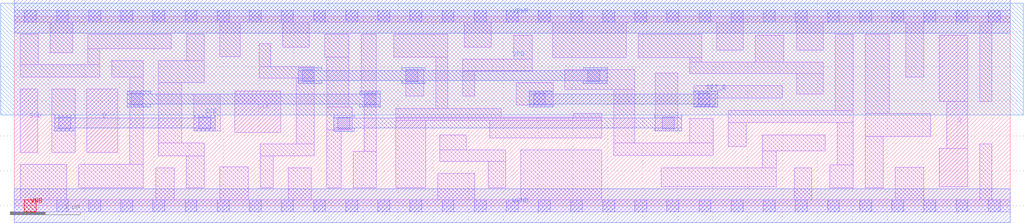
<source format=lef>
# Copyright 2020 The SkyWater PDK Authors
#
# Licensed under the Apache License, Version 2.0 (the "License");
# you may not use this file except in compliance with the License.
# You may obtain a copy of the License at
#
#     https://www.apache.org/licenses/LICENSE-2.0
#
# Unless required by applicable law or agreed to in writing, software
# distributed under the License is distributed on an "AS IS" BASIS,
# WITHOUT WARRANTIES OR CONDITIONS OF ANY KIND, either express or implied.
# See the License for the specific language governing permissions and
# limitations under the License.
#
# SPDX-License-Identifier: Apache-2.0

VERSION 5.7 ;
  NOWIREEXTENSIONATPIN ON ;
  DIVIDERCHAR "/" ;
  BUSBITCHARS "[]" ;
PROPERTYDEFINITIONS
  MACRO maskLayoutSubType STRING ;
  MACRO prCellType STRING ;
  MACRO originalViewName STRING ;
END PROPERTYDEFINITIONS
MACRO sky130_fd_sc_hdll__sdfstp_2
  CLASS CORE ;
  FOREIGN sky130_fd_sc_hdll__sdfstp_2 ;
  ORIGIN  0.000000  0.000000 ;
  SIZE  14.26000 BY  2.720000 ;
  SYMMETRY X Y R90 ;
  SITE unithd ;
  PIN CLK
    ANTENNAGATEAREA  0.178200 ;
    DIRECTION INPUT ;
    USE SIGNAL ;
    PORT
      LAYER li1 ;
        RECT 3.155000 1.055000 3.815000 1.650000 ;
    END
  END CLK
  PIN D
    ANTENNAGATEAREA  0.178200 ;
    DIRECTION INPUT ;
    USE SIGNAL ;
    PORT
      LAYER li1 ;
        RECT 1.040000 0.765000 1.485000 1.675000 ;
    END
  END D
  PIN Q
    ANTENNADIFFAREA  0.498000 ;
    DIRECTION OUTPUT ;
    USE SIGNAL ;
    PORT
      LAYER li1 ;
        RECT 13.245000 0.275000 13.655000 0.825000 ;
        RECT 13.245000 1.495000 13.655000 2.450000 ;
        RECT 13.350000 0.825000 13.655000 1.495000 ;
    END
  END Q
  PIN SCD
    ANTENNAGATEAREA  0.178200 ;
    DIRECTION INPUT ;
    USE SIGNAL ;
    PORT
      LAYER li1 ;
        RECT 0.085000 0.765000 0.340000 1.675000 ;
    END
  END SCD
  PIN SCE
    ANTENNAGATEAREA  0.356400 ;
    DIRECTION INPUT ;
    USE SIGNAL ;
    PORT
      LAYER met1 ;
        RECT 0.580000 1.075000 0.870000 1.120000 ;
        RECT 0.580000 1.120000 2.875000 1.260000 ;
        RECT 0.580000 1.260000 0.870000 1.305000 ;
        RECT 2.585000 1.075000 2.875000 1.120000 ;
        RECT 2.585000 1.260000 2.875000 1.305000 ;
    END
  END SCE
  PIN SET_B
    ANTENNAGATEAREA  0.277200 ;
    DIRECTION INPUT ;
    USE SIGNAL ;
    PORT
      LAYER met1 ;
        RECT 7.375000 1.415000  7.715000 1.460000 ;
        RECT 7.375000 1.460000 10.070000 1.600000 ;
        RECT 7.375000 1.600000  7.715000 1.645000 ;
        RECT 9.730000 1.415000 10.070000 1.460000 ;
        RECT 9.730000 1.600000 10.070000 1.645000 ;
    END
  END SET_B
  PIN VGND
    ANTENNADIFFAREA  1.503950 ;
    DIRECTION INOUT ;
    USE SIGNAL ;
    PORT
      LAYER met1 ;
        RECT 0.000000 -0.240000 14.260000 0.240000 ;
    END
  END VGND
  PIN VNB
    PORT
      LAYER pwell ;
        RECT 0.145000 -0.085000 0.315000 0.085000 ;
    END
  END VNB
  PIN VPB
    PORT
      LAYER nwell ;
        RECT -0.190000 1.305000 14.450000 2.910000 ;
    END
  END VPB
  PIN VPWR
    ANTENNADIFFAREA  2.071800 ;
    DIRECTION INOUT ;
    USE SIGNAL ;
    PORT
      LAYER met1 ;
        RECT 0.000000 2.480000 14.260000 2.960000 ;
    END
  END VPWR
  OBS
    LAYER li1 ;
      RECT  0.000000 -0.085000 14.260000 0.085000 ;
      RECT  0.000000  2.635000 14.260000 2.805000 ;
      RECT  0.085000  0.085000  0.750000 0.595000 ;
      RECT  0.085000  1.845000  1.225000 2.025000 ;
      RECT  0.085000  2.025000  0.345000 2.465000 ;
      RECT  0.515000  2.195000  0.835000 2.635000 ;
      RECT  0.540000  0.765000  0.870000 1.675000 ;
      RECT  0.920000  0.255000  1.845000 0.595000 ;
      RECT  1.055000  2.025000  1.225000 2.255000 ;
      RECT  1.055000  2.255000  2.245000 2.465000 ;
      RECT  1.395000  1.845000  1.845000 2.085000 ;
      RECT  1.655000  0.595000  1.845000 1.845000 ;
      RECT  2.025000  0.085000  2.290000 0.545000 ;
      RECT  2.065000  0.715000  2.720000 0.905000 ;
      RECT  2.065000  0.905000  2.400000 1.770000 ;
      RECT  2.065000  1.770000  2.720000 2.085000 ;
      RECT  2.460000  0.255000  2.720000 0.715000 ;
      RECT  2.470000  2.085000  2.720000 2.465000 ;
      RECT  2.570000  1.075000  2.950000 1.600000 ;
      RECT  2.940000  0.085000  3.350000 0.555000 ;
      RECT  2.940000  2.140000  3.235000 2.635000 ;
      RECT  3.505000  1.830000  4.295000 2.000000 ;
      RECT  3.505000  2.000000  3.675000 2.325000 ;
      RECT  3.520000  0.255000  3.705000 0.715000 ;
      RECT  3.520000  0.715000  4.295000 0.885000 ;
      RECT  3.845000  2.275000  4.225000 2.635000 ;
      RECT  3.925000  0.085000  4.255000 0.545000 ;
      RECT  4.035000  0.885000  4.295000 1.830000 ;
      RECT  4.445000  2.135000  4.790000 2.465000 ;
      RECT  4.475000  0.255000  4.685000 1.085000 ;
      RECT  4.475000  1.085000  4.840000 1.420000 ;
      RECT  4.475000  1.420000  4.790000 2.135000 ;
      RECT  4.855000  0.255000  5.180000 0.780000 ;
      RECT  4.965000  1.590000  5.180000 2.465000 ;
      RECT  5.010000  0.780000  5.180000 1.590000 ;
      RECT  5.435000  2.135000  6.205000 2.465000 ;
      RECT  5.465000  0.255000  5.890000 1.225000 ;
      RECT  5.465000  1.225000  8.415000 1.275000 ;
      RECT  5.465000  1.275000  6.975000 1.395000 ;
      RECT  5.605000  1.575000  5.865000 1.955000 ;
      RECT  6.035000  1.395000  6.205000 2.135000 ;
      RECT  6.060000  0.085000  6.595000 0.465000 ;
      RECT  6.095000  0.635000  7.035000 0.805000 ;
      RECT  6.095000  0.805000  6.475000 1.015000 ;
      RECT  6.425000  1.575000  6.595000 1.935000 ;
      RECT  6.425000  1.935000  7.420000 2.105000 ;
      RECT  6.445000  2.275000  6.830000 2.635000 ;
      RECT  6.785000  0.255000  7.035000 0.635000 ;
      RECT  6.805000  0.975000  8.415000 1.225000 ;
      RECT  7.155000  2.105000  7.420000 2.450000 ;
      RECT  7.190000  1.445000  7.715000 1.765000 ;
      RECT  7.255000  0.085000  8.415000 0.805000 ;
      RECT  7.710000  2.125000  8.765000 2.635000 ;
      RECT  7.885000  1.670000  8.885000 1.955000 ;
      RECT  8.005000  1.275000  8.415000 1.325000 ;
      RECT  8.585000  0.720000 10.005000 0.905000 ;
      RECT  8.585000  0.905000  8.885000 1.670000 ;
      RECT  8.935000  2.125000  9.840000 2.460000 ;
      RECT  9.175000  1.075000  9.500000 1.905000 ;
      RECT  9.265000  0.275000 10.910000 0.545000 ;
      RECT  9.670000  0.905000 10.005000 1.255000 ;
      RECT  9.670000  1.895000 11.585000 2.065000 ;
      RECT  9.670000  2.065000  9.840000 2.125000 ;
      RECT  9.730000  1.425000 10.035000 1.545000 ;
      RECT  9.730000  1.545000 10.995000 1.725000 ;
      RECT 10.060000  2.235000 10.440000 2.635000 ;
      RECT 10.220000  0.855000 10.480000 1.195000 ;
      RECT 10.220000  1.195000 12.015000 1.365000 ;
      RECT 10.610000  2.065000 11.015000 2.450000 ;
      RECT 10.710000  0.545000 10.910000 0.785000 ;
      RECT 10.710000  0.785000 11.615000 1.015000 ;
      RECT 11.165000  0.085000 11.415000 0.545000 ;
      RECT 11.205000  1.605000 11.585000 1.895000 ;
      RECT 11.205000  2.235000 11.585000 2.635000 ;
      RECT 11.675000  0.255000 12.015000 0.585000 ;
      RECT 11.755000  1.365000 12.015000 2.465000 ;
      RECT 11.785000  0.585000 12.015000 1.195000 ;
      RECT 12.185000  0.255000 12.445000 0.995000 ;
      RECT 12.185000  0.995000 13.125000 1.325000 ;
      RECT 12.185000  1.325000 12.525000 2.465000 ;
      RECT 12.615000  0.085000 13.020000 0.550000 ;
      RECT 12.765000  1.845000 13.020000 2.635000 ;
      RECT 13.825000  0.085000 13.995000 0.885000 ;
      RECT 13.825000  1.495000 13.995000 2.635000 ;
    LAYER mcon ;
      RECT  0.145000 -0.085000  0.315000 0.085000 ;
      RECT  0.145000  2.635000  0.315000 2.805000 ;
      RECT  0.605000 -0.085000  0.775000 0.085000 ;
      RECT  0.605000  2.635000  0.775000 2.805000 ;
      RECT  0.640000  1.105000  0.810000 1.275000 ;
      RECT  1.065000 -0.085000  1.235000 0.085000 ;
      RECT  1.065000  2.635000  1.235000 2.805000 ;
      RECT  1.525000 -0.085000  1.695000 0.085000 ;
      RECT  1.525000  2.635000  1.695000 2.805000 ;
      RECT  1.675000  1.445000  1.845000 1.615000 ;
      RECT  1.985000 -0.085000  2.155000 0.085000 ;
      RECT  1.985000  2.635000  2.155000 2.805000 ;
      RECT  2.445000 -0.085000  2.615000 0.085000 ;
      RECT  2.445000  2.635000  2.615000 2.805000 ;
      RECT  2.645000  1.105000  2.815000 1.275000 ;
      RECT  2.905000 -0.085000  3.075000 0.085000 ;
      RECT  2.905000  2.635000  3.075000 2.805000 ;
      RECT  3.365000 -0.085000  3.535000 0.085000 ;
      RECT  3.365000  2.635000  3.535000 2.805000 ;
      RECT  3.825000 -0.085000  3.995000 0.085000 ;
      RECT  3.825000  2.635000  3.995000 2.805000 ;
      RECT  4.125000  1.785000  4.295000 1.955000 ;
      RECT  4.285000 -0.085000  4.455000 0.085000 ;
      RECT  4.285000  2.635000  4.455000 2.805000 ;
      RECT  4.635000  1.100000  4.805000 1.270000 ;
      RECT  4.745000 -0.085000  4.915000 0.085000 ;
      RECT  4.745000  2.635000  4.915000 2.805000 ;
      RECT  5.010000  1.445000  5.180000 1.615000 ;
      RECT  5.205000 -0.085000  5.375000 0.085000 ;
      RECT  5.205000  2.635000  5.375000 2.805000 ;
      RECT  5.605000  1.785000  5.775000 1.955000 ;
      RECT  5.665000 -0.085000  5.835000 0.085000 ;
      RECT  5.665000  2.635000  5.835000 2.805000 ;
      RECT  6.125000 -0.085000  6.295000 0.085000 ;
      RECT  6.125000  2.635000  6.295000 2.805000 ;
      RECT  6.585000 -0.085000  6.755000 0.085000 ;
      RECT  6.585000  2.635000  6.755000 2.805000 ;
      RECT  7.045000 -0.085000  7.215000 0.085000 ;
      RECT  7.045000  2.635000  7.215000 2.805000 ;
      RECT  7.435000  1.445000  7.605000 1.615000 ;
      RECT  7.505000 -0.085000  7.675000 0.085000 ;
      RECT  7.505000  2.635000  7.675000 2.805000 ;
      RECT  7.965000 -0.085000  8.135000 0.085000 ;
      RECT  7.965000  2.635000  8.135000 2.805000 ;
      RECT  8.210000  1.785000  8.380000 1.955000 ;
      RECT  8.425000 -0.085000  8.595000 0.085000 ;
      RECT  8.425000  2.635000  8.595000 2.805000 ;
      RECT  8.885000 -0.085000  9.055000 0.085000 ;
      RECT  8.885000  2.635000  9.055000 2.805000 ;
      RECT  9.280000  1.105000  9.450000 1.275000 ;
      RECT  9.345000 -0.085000  9.515000 0.085000 ;
      RECT  9.345000  2.635000  9.515000 2.805000 ;
      RECT  9.790000  1.445000  9.960000 1.615000 ;
      RECT  9.805000 -0.085000  9.975000 0.085000 ;
      RECT  9.805000  2.635000  9.975000 2.805000 ;
      RECT 10.265000 -0.085000 10.435000 0.085000 ;
      RECT 10.265000  2.635000 10.435000 2.805000 ;
      RECT 10.725000 -0.085000 10.895000 0.085000 ;
      RECT 10.725000  2.635000 10.895000 2.805000 ;
      RECT 11.185000 -0.085000 11.355000 0.085000 ;
      RECT 11.185000  2.635000 11.355000 2.805000 ;
      RECT 11.645000 -0.085000 11.815000 0.085000 ;
      RECT 11.645000  2.635000 11.815000 2.805000 ;
      RECT 12.105000 -0.085000 12.275000 0.085000 ;
      RECT 12.105000  2.635000 12.275000 2.805000 ;
      RECT 12.565000 -0.085000 12.735000 0.085000 ;
      RECT 12.565000  2.635000 12.735000 2.805000 ;
      RECT 13.025000 -0.085000 13.195000 0.085000 ;
      RECT 13.025000  2.635000 13.195000 2.805000 ;
      RECT 13.485000 -0.085000 13.655000 0.085000 ;
      RECT 13.485000  2.635000 13.655000 2.805000 ;
      RECT 13.945000 -0.085000 14.115000 0.085000 ;
      RECT 13.945000  2.635000 14.115000 2.805000 ;
    LAYER met1 ;
      RECT 1.615000 1.415000 1.955000 1.460000 ;
      RECT 1.615000 1.460000 5.240000 1.600000 ;
      RECT 1.615000 1.600000 1.955000 1.645000 ;
      RECT 4.065000 1.755000 4.405000 1.800000 ;
      RECT 4.065000 1.800000 8.490000 1.940000 ;
      RECT 4.065000 1.940000 4.405000 1.985000 ;
      RECT 4.575000 1.070000 4.865000 1.120000 ;
      RECT 4.575000 1.120000 9.560000 1.260000 ;
      RECT 4.575000 1.260000 4.865000 1.300000 ;
      RECT 4.950000 1.415000 5.240000 1.460000 ;
      RECT 4.950000 1.600000 5.240000 1.645000 ;
      RECT 5.545000 1.755000 5.885000 1.800000 ;
      RECT 5.545000 1.940000 5.885000 1.985000 ;
      RECT 8.150000 1.755000 8.490000 1.800000 ;
      RECT 8.150000 1.940000 8.490000 1.985000 ;
      RECT 9.170000 1.075000 9.560000 1.120000 ;
      RECT 9.170000 1.260000 9.560000 1.305000 ;
  END
  PROPERTY maskLayoutSubType "abstract" ;
  PROPERTY prCellType "standard" ;
  PROPERTY originalViewName "layout" ;
END sky130_fd_sc_hdll__sdfstp_2
END LIBRARY

</source>
